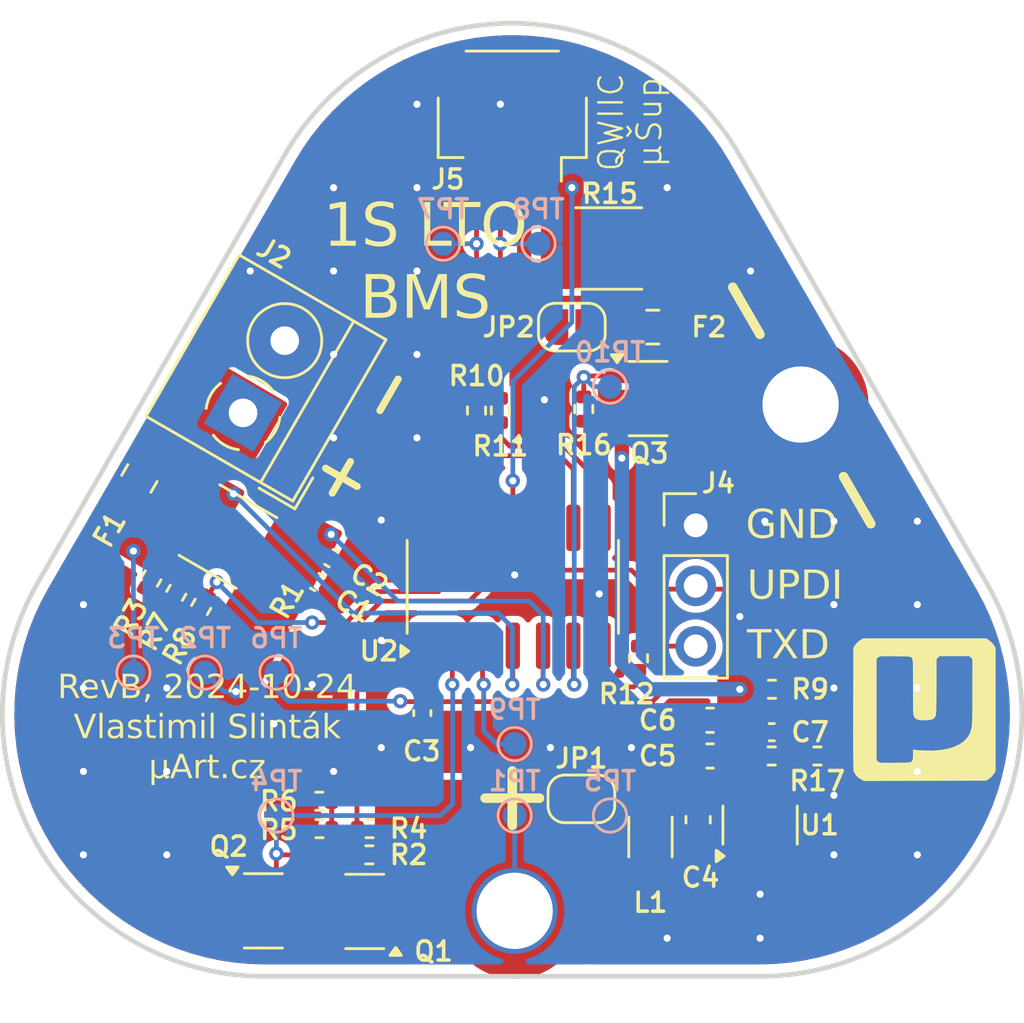
<source format=kicad_pcb>
(kicad_pcb
	(version 20240108)
	(generator "pcbnew")
	(generator_version "8.0")
	(general
		(thickness 1.09)
		(legacy_teardrops no)
	)
	(paper "A4")
	(title_block
		(title "LTO Battery Management System")
		(date "2024-10-24")
		(rev "B")
		(company "µArt.cz")
		(comment 1 "Vlastimil Slinták")
	)
	(layers
		(0 "F.Cu" signal)
		(31 "B.Cu" signal)
		(32 "B.Adhes" user "B.Adhesive")
		(33 "F.Adhes" user "F.Adhesive")
		(34 "B.Paste" user)
		(35 "F.Paste" user)
		(36 "B.SilkS" user "B.Silkscreen")
		(37 "F.SilkS" user "F.Silkscreen")
		(38 "B.Mask" user)
		(39 "F.Mask" user)
		(40 "Dwgs.User" user "User.Drawings")
		(41 "Cmts.User" user "User.Comments")
		(42 "Eco1.User" user "User.Eco1")
		(43 "Eco2.User" user "User.Eco2")
		(44 "Edge.Cuts" user)
		(45 "Margin" user)
		(46 "B.CrtYd" user "B.Courtyard")
		(47 "F.CrtYd" user "F.Courtyard")
		(48 "B.Fab" user)
		(49 "F.Fab" user)
		(50 "User.1" user)
		(51 "User.2" user)
		(52 "User.3" user)
		(53 "User.4" user)
		(54 "User.5" user)
		(55 "User.6" user)
		(56 "User.7" user)
		(57 "User.8" user)
		(58 "User.9" user)
	)
	(setup
		(stackup
			(layer "F.SilkS"
				(type "Top Silk Screen")
			)
			(layer "F.Paste"
				(type "Top Solder Paste")
			)
			(layer "F.Mask"
				(type "Top Solder Mask")
				(thickness 0.01)
			)
			(layer "F.Cu"
				(type "copper")
				(thickness 0.035)
			)
			(layer "dielectric 1"
				(type "core")
				(thickness 1)
				(material "FR4")
				(epsilon_r 4.5)
				(loss_tangent 0.02)
			)
			(layer "B.Cu"
				(type "copper")
				(thickness 0.035)
			)
			(layer "B.Mask"
				(type "Bottom Solder Mask")
				(thickness 0.01)
			)
			(layer "B.Paste"
				(type "Bottom Solder Paste")
			)
			(layer "B.SilkS"
				(type "Bottom Silk Screen")
			)
			(copper_finish "None")
			(dielectric_constraints no)
		)
		(pad_to_mask_clearance 0)
		(allow_soldermask_bridges_in_footprints no)
		(aux_axis_origin 155.254862 123.000002)
		(grid_origin 155.254862 123.000002)
		(pcbplotparams
			(layerselection 0x00010fc_ffffffff)
			(plot_on_all_layers_selection 0x0000000_00000000)
			(disableapertmacros no)
			(usegerberextensions no)
			(usegerberattributes yes)
			(usegerberadvancedattributes yes)
			(creategerberjobfile yes)
			(dashed_line_dash_ratio 12.000000)
			(dashed_line_gap_ratio 3.000000)
			(svgprecision 4)
			(plotframeref no)
			(viasonmask no)
			(mode 1)
			(useauxorigin no)
			(hpglpennumber 1)
			(hpglpenspeed 20)
			(hpglpendiameter 15.000000)
			(pdf_front_fp_property_popups yes)
			(pdf_back_fp_property_popups yes)
			(dxfpolygonmode yes)
			(dxfimperialunits yes)
			(dxfusepcbnewfont yes)
			(psnegative no)
			(psa4output no)
			(plotreference yes)
			(plotvalue yes)
			(plotfptext yes)
			(plotinvisibletext no)
			(sketchpadsonfab no)
			(subtractmaskfromsilk no)
			(outputformat 1)
			(mirror no)
			(drillshape 1)
			(scaleselection 1)
			(outputdirectory "")
		)
	)
	(net 0 "")
	(net 1 "GND")
	(net 2 "ADC_LP")
	(net 3 "Net-(U1-V_{FB})")
	(net 4 "VCC")
	(net 5 "+BATT")
	(net 6 "SCL")
	(net 7 "SDA")
	(net 8 "Net-(Q1-D)")
	(net 9 "CUTOFF")
	(net 10 "ADC_LN")
	(net 11 "ADC_BATT")
	(net 12 "Net-(U1-SW)")
	(net 13 "UPDI")
	(net 14 "ADC_SP")
	(net 15 "Net-(JP2-A)")
	(net 16 "3V3CUTOFF")
	(net 17 "TXD")
	(net 18 "Net-(J2-Pin_1)")
	(net 19 "Net-(U2-PB2)")
	(net 20 "ADC_LOAD")
	(net 21 "Net-(Q3-D)")
	(net 22 "Net-(JP1-A)")
	(net 23 "Net-(U2-PA5)")
	(net 24 "Net-(J5-Pin_4)")
	(net 25 "Net-(J5-Pin_3)")
	(net 26 "Net-(J5-Pin_2)")
	(footprint "Package_TO_SOT_SMD:SOT-23-3" (layer "F.Cu") (at 144.707362 123.000002))
	(footprint "Fuse:Fuse_0805_2012Metric" (layer "F.Cu") (at 139.504862 104.850002 60))
	(footprint "Capacitor_SMD:C_0402_1005Metric" (layer "F.Cu") (at 166.044862 115.500002 180))
	(footprint "Fuse:Fuse_0805_2012Metric" (layer "F.Cu") (at 161.054862 98.500002 180))
	(footprint "Resistor_SMD:R_0402_1005Metric" (layer "F.Cu") (at 140.004862 109.050002 -120))
	(footprint "Resistor_SMD:R_0402_1005Metric" (layer "F.Cu") (at 158.154862 101.940002 90))
	(footprint "Resistor_SMD:R_0402_1005Metric" (layer "F.Cu") (at 147.064862 119.550002 180))
	(footprint "Resistor_SMD:R_1812_4532Metric" (layer "F.Cu") (at 159.204862 95.200002 180))
	(footprint "Resistor_SMD:R_0402_1005Metric" (layer "F.Cu") (at 166.054862 113.700002))
	(footprint "Resistor_SMD:R_0402_1005Metric" (layer "F.Cu") (at 166.044862 116.500002 180))
	(footprint "Resistor_SMD:R_0402_1005Metric" (layer "F.Cu") (at 149.154862 120.650002 180))
	(footprint "Inductor_SMD:L_1206_3216Metric" (layer "F.Cu") (at 160.954862 119.900002 -90))
	(footprint "Resistor_SMD:R_0402_1005Metric" (layer "F.Cu") (at 142.099862 110.241675 -120))
	(footprint "MountingHole:MountingHole_3.2mm_M3_ISO7380_Pad_TopOnly" (layer "F.Cu") (at 167.254862 101.750002 30))
	(footprint "Resistor_SMD:R_0402_1005Metric" (layer "F.Cu") (at 141.054862 109.650002 -120))
	(footprint "Capacitor_SMD:C_0402_1005Metric" (layer "F.Cu") (at 147.554862 108.200002 -30))
	(footprint "Resistor_SMD:R_0402_1005Metric" (layer "F.Cu") (at 153.654862 102.000002 -90))
	(footprint "Capacitor_SMD:C_0603_1608Metric" (layer "F.Cu") (at 162.954862 119.175002 -90))
	(footprint "Package_SO:SOIC-14_3.9x8.7mm_P1.27mm" (layer "F.Cu") (at 155.177362 109.400002 90))
	(footprint "Jumper:SolderJumper-2_P1.3mm_Bridged_RoundedPad1.0x1.5mm" (layer "F.Cu") (at 158.054862 118.300002 180))
	(footprint "Capacitor_SMD:C_0603_1608Metric" (layer "F.Cu") (at 163.454862 116.500002 180))
	(footprint "Resistor_SMD:R_0402_1005Metric" (layer "F.Cu") (at 147.054862 118.400002 180))
	(footprint "Resistor_SMD:R_0402_1005Metric" (layer "F.Cu") (at 154.654862 102.000002 -90))
	(footprint "Capacitor_SMD:C_0603_1608Metric" (layer "F.Cu") (at 163.454862 115.000002 180))
	(footprint "Resistor_SMD:R_1812_4532Metric" (layer "F.Cu") (at 143.223612 107.288103 150))
	(footprint "Resistor_SMD:R_0402_1005Metric" (layer "F.Cu") (at 149.164862 119.550002 180))
	(footprint "Jumper:SolderJumper-2_P1.3mm_Open_RoundedPad1.0x1.5mm" (layer "F.Cu") (at 157.654862 98.500002 180))
	(footprint "Capacitor_SMD:C_0402_1005Metric" (layer "F.Cu") (at 151.379862 114.700002 -90))
	(footprint "TerminalBlock_4Ucon:TerminalBlock_4Ucon_1x02_P3.50mm_Horizontal" (layer "F.Cu") (at 143.854862 102.100002 60))
	(footprint "LOGO" (layer "F.Cu") (at 172.454862 114.550002))
	(footprint "Capacitor_SMD:C_0402_1005Metric" (layer "F.Cu") (at 146.954862 109.200002 -30))
	(footprint "Resistor_SMD:R_0402_1005Metric" (layer "F.Cu") (at 160.454862 112.400002 -90))
	(footprint "Package_TO_SOT_SMD:SOT-23-6" (layer "F.Cu") (at 165.554862 119.400002 90))
	(footprint "Connector_PinHeader_2.54mm:PinHeader_1x03_P2.54mm_Vertical" (layer "F.Cu") (at 162.854862 106.820002))
	(footprint "Package_TO_SOT_SMD:SOT-23-3" (layer "F.Cu") (at 148.962362 123.025002 180))
	(footprint "MountingHole:MountingHole_3.2mm_M3_ISO7380_Pad_TopOnly" (layer "F.Cu") (at 155.254862 123.000002))
	(footprint "Connector_JST:JST_SH_SM04B-SRSS-TB_1x04-1MP_P1.00mm_Horizontal" (layer "F.Cu") (at 155.154862 89.600002 180))
	(footprint "Package_TO_SOT_SMD:SOT-23-3" (layer "F.Cu") (at 160.854862 101.500002))
	(footprint "Resistor_SMD:R_0402_1005Metric" (layer "F.Cu") (at 167.964862 116.500002 180))
	(footprint "TestPoint:TestPoint_Pad_D1.0mm" (layer "B.Cu") (at 152.254862 95.000002 180))
	(footprint "TestPoint:TestPoint_Pad_D1.0mm"
		(layer "B.Cu")
		(uuid "2d155800-bba9-4896-afd2-105e93b0b335")
		(at 145.254862 11
... [245190 chars truncated]
</source>
